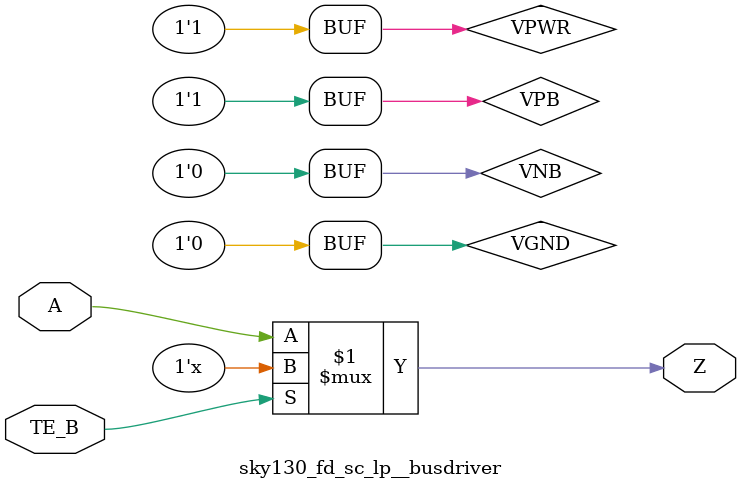
<source format=v>
/*
 * Copyright 2020 The SkyWater PDK Authors
 *
 * Licensed under the Apache License, Version 2.0 (the "License");
 * you may not use this file except in compliance with the License.
 * You may obtain a copy of the License at
 *
 *     https://www.apache.org/licenses/LICENSE-2.0
 *
 * Unless required by applicable law or agreed to in writing, software
 * distributed under the License is distributed on an "AS IS" BASIS,
 * WITHOUT WARRANTIES OR CONDITIONS OF ANY KIND, either express or implied.
 * See the License for the specific language governing permissions and
 * limitations under the License.
 *
 * SPDX-License-Identifier: Apache-2.0
*/


`ifndef SKY130_FD_SC_LP__BUSDRIVER_TIMING_V
`define SKY130_FD_SC_LP__BUSDRIVER_TIMING_V

/**
 * busdriver: Bus driver (pmoshvt devices).
 *
 * Verilog simulation timing model.
 */

`timescale 1ns / 1ps
`default_nettype none

`celldefine
module sky130_fd_sc_lp__busdriver (
    Z   ,
    A   ,
    TE_B
);

    // Module ports
    output Z   ;
    input  A   ;
    input  TE_B;

    // Module supplies
    supply1 VPWR;
    supply0 VGND;
    supply1 VPB ;
    supply0 VNB ;

    //     Name     Output  Other arguments
    bufif0 bufif00 (Z     , A, TE_B        );

endmodule
`endcelldefine

`default_nettype wire
`endif  // SKY130_FD_SC_LP__BUSDRIVER_TIMING_V

</source>
